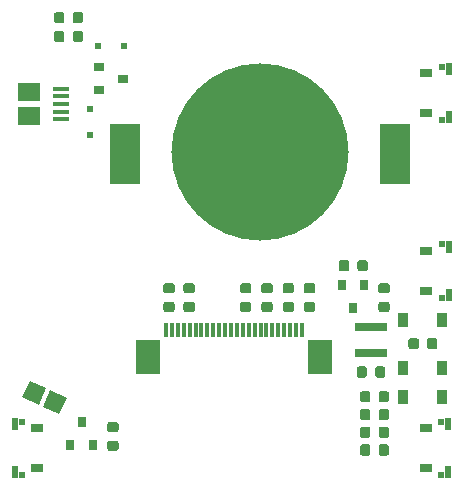
<source format=gbp>
G04 #@! TF.GenerationSoftware,KiCad,Pcbnew,(6.0.0-rc1-dev-332-g00d912f0b)*
G04 #@! TF.CreationDate,2018-09-23T23:35:21+02:00*
G04 #@! TF.ProjectId,xilwatch2,78696C7761746368322E6B696361645F,rev?*
G04 #@! TF.SameCoordinates,Original*
G04 #@! TF.FileFunction,Paste,Bot*
G04 #@! TF.FilePolarity,Positive*
%FSLAX46Y46*%
G04 Gerber Fmt 4.6, Leading zero omitted, Abs format (unit mm)*
G04 Created by KiCad (PCBNEW (6.0.0-rc1-dev-332-g00d912f0b)) date 09/23/18 23:35:21*
%MOMM*%
%LPD*%
G01*
G04 APERTURE LIST*
%ADD10R,2.700000X0.800000*%
%ADD11C,1.524000*%
%ADD12C,0.100000*%
%ADD13C,0.875000*%
%ADD14R,0.900000X0.800000*%
%ADD15R,0.800000X0.900000*%
%ADD16R,0.500000X0.500000*%
%ADD17R,0.900000X1.200000*%
%ADD18R,1.900000X1.500000*%
%ADD19R,1.350000X0.400000*%
%ADD20R,1.100000X0.750000*%
%ADD21R,0.600000X0.600000*%
%ADD22R,0.600000X1.050000*%
%ADD23C,15.000000*%
%ADD24R,2.500000X5.100000*%
%ADD25R,2.000000X3.000000*%
%ADD26R,0.300000X1.250000*%
G04 APERTURE END LIST*
D10*
G04 #@! TO.C,L1*
X175800000Y-93500000D03*
X175800000Y-95700000D03*
G04 #@! TD*
D11*
G04 #@! TO.C,M1*
X149026181Y-99863127D03*
D12*
G36*
X150038823Y-99494556D02*
X149394752Y-100875769D01*
X148013539Y-100231698D01*
X148657610Y-98850485D01*
X150038823Y-99494556D01*
X150038823Y-99494556D01*
G37*
D11*
X147304196Y-99060152D03*
D12*
G36*
X148316838Y-98691581D02*
X147672767Y-100072794D01*
X146291554Y-99428723D01*
X146935625Y-98047510D01*
X148316838Y-98691581D01*
X148316838Y-98691581D01*
G37*
G04 #@! TD*
G04 #@! TO.C,R4*
G36*
X177177691Y-89776053D02*
X177198926Y-89779203D01*
X177219750Y-89784419D01*
X177239962Y-89791651D01*
X177259368Y-89800830D01*
X177277781Y-89811866D01*
X177295024Y-89824654D01*
X177310930Y-89839070D01*
X177325346Y-89854976D01*
X177338134Y-89872219D01*
X177349170Y-89890632D01*
X177358349Y-89910038D01*
X177365581Y-89930250D01*
X177370797Y-89951074D01*
X177373947Y-89972309D01*
X177375000Y-89993750D01*
X177375000Y-90431250D01*
X177373947Y-90452691D01*
X177370797Y-90473926D01*
X177365581Y-90494750D01*
X177358349Y-90514962D01*
X177349170Y-90534368D01*
X177338134Y-90552781D01*
X177325346Y-90570024D01*
X177310930Y-90585930D01*
X177295024Y-90600346D01*
X177277781Y-90613134D01*
X177259368Y-90624170D01*
X177239962Y-90633349D01*
X177219750Y-90640581D01*
X177198926Y-90645797D01*
X177177691Y-90648947D01*
X177156250Y-90650000D01*
X176643750Y-90650000D01*
X176622309Y-90648947D01*
X176601074Y-90645797D01*
X176580250Y-90640581D01*
X176560038Y-90633349D01*
X176540632Y-90624170D01*
X176522219Y-90613134D01*
X176504976Y-90600346D01*
X176489070Y-90585930D01*
X176474654Y-90570024D01*
X176461866Y-90552781D01*
X176450830Y-90534368D01*
X176441651Y-90514962D01*
X176434419Y-90494750D01*
X176429203Y-90473926D01*
X176426053Y-90452691D01*
X176425000Y-90431250D01*
X176425000Y-89993750D01*
X176426053Y-89972309D01*
X176429203Y-89951074D01*
X176434419Y-89930250D01*
X176441651Y-89910038D01*
X176450830Y-89890632D01*
X176461866Y-89872219D01*
X176474654Y-89854976D01*
X176489070Y-89839070D01*
X176504976Y-89824654D01*
X176522219Y-89811866D01*
X176540632Y-89800830D01*
X176560038Y-89791651D01*
X176580250Y-89784419D01*
X176601074Y-89779203D01*
X176622309Y-89776053D01*
X176643750Y-89775000D01*
X177156250Y-89775000D01*
X177177691Y-89776053D01*
X177177691Y-89776053D01*
G37*
D13*
X176900000Y-90212500D03*
D12*
G36*
X177177691Y-91351053D02*
X177198926Y-91354203D01*
X177219750Y-91359419D01*
X177239962Y-91366651D01*
X177259368Y-91375830D01*
X177277781Y-91386866D01*
X177295024Y-91399654D01*
X177310930Y-91414070D01*
X177325346Y-91429976D01*
X177338134Y-91447219D01*
X177349170Y-91465632D01*
X177358349Y-91485038D01*
X177365581Y-91505250D01*
X177370797Y-91526074D01*
X177373947Y-91547309D01*
X177375000Y-91568750D01*
X177375000Y-92006250D01*
X177373947Y-92027691D01*
X177370797Y-92048926D01*
X177365581Y-92069750D01*
X177358349Y-92089962D01*
X177349170Y-92109368D01*
X177338134Y-92127781D01*
X177325346Y-92145024D01*
X177310930Y-92160930D01*
X177295024Y-92175346D01*
X177277781Y-92188134D01*
X177259368Y-92199170D01*
X177239962Y-92208349D01*
X177219750Y-92215581D01*
X177198926Y-92220797D01*
X177177691Y-92223947D01*
X177156250Y-92225000D01*
X176643750Y-92225000D01*
X176622309Y-92223947D01*
X176601074Y-92220797D01*
X176580250Y-92215581D01*
X176560038Y-92208349D01*
X176540632Y-92199170D01*
X176522219Y-92188134D01*
X176504976Y-92175346D01*
X176489070Y-92160930D01*
X176474654Y-92145024D01*
X176461866Y-92127781D01*
X176450830Y-92109368D01*
X176441651Y-92089962D01*
X176434419Y-92069750D01*
X176429203Y-92048926D01*
X176426053Y-92027691D01*
X176425000Y-92006250D01*
X176425000Y-91568750D01*
X176426053Y-91547309D01*
X176429203Y-91526074D01*
X176434419Y-91505250D01*
X176441651Y-91485038D01*
X176450830Y-91465632D01*
X176461866Y-91447219D01*
X176474654Y-91429976D01*
X176489070Y-91414070D01*
X176504976Y-91399654D01*
X176522219Y-91386866D01*
X176540632Y-91375830D01*
X176560038Y-91366651D01*
X176580250Y-91359419D01*
X176601074Y-91354203D01*
X176622309Y-91351053D01*
X176643750Y-91350000D01*
X177156250Y-91350000D01*
X177177691Y-91351053D01*
X177177691Y-91351053D01*
G37*
D13*
X176900000Y-91787500D03*
G04 #@! TD*
D12*
G04 #@! TO.C,R3*
G36*
X175327691Y-87826053D02*
X175348926Y-87829203D01*
X175369750Y-87834419D01*
X175389962Y-87841651D01*
X175409368Y-87850830D01*
X175427781Y-87861866D01*
X175445024Y-87874654D01*
X175460930Y-87889070D01*
X175475346Y-87904976D01*
X175488134Y-87922219D01*
X175499170Y-87940632D01*
X175508349Y-87960038D01*
X175515581Y-87980250D01*
X175520797Y-88001074D01*
X175523947Y-88022309D01*
X175525000Y-88043750D01*
X175525000Y-88556250D01*
X175523947Y-88577691D01*
X175520797Y-88598926D01*
X175515581Y-88619750D01*
X175508349Y-88639962D01*
X175499170Y-88659368D01*
X175488134Y-88677781D01*
X175475346Y-88695024D01*
X175460930Y-88710930D01*
X175445024Y-88725346D01*
X175427781Y-88738134D01*
X175409368Y-88749170D01*
X175389962Y-88758349D01*
X175369750Y-88765581D01*
X175348926Y-88770797D01*
X175327691Y-88773947D01*
X175306250Y-88775000D01*
X174868750Y-88775000D01*
X174847309Y-88773947D01*
X174826074Y-88770797D01*
X174805250Y-88765581D01*
X174785038Y-88758349D01*
X174765632Y-88749170D01*
X174747219Y-88738134D01*
X174729976Y-88725346D01*
X174714070Y-88710930D01*
X174699654Y-88695024D01*
X174686866Y-88677781D01*
X174675830Y-88659368D01*
X174666651Y-88639962D01*
X174659419Y-88619750D01*
X174654203Y-88598926D01*
X174651053Y-88577691D01*
X174650000Y-88556250D01*
X174650000Y-88043750D01*
X174651053Y-88022309D01*
X174654203Y-88001074D01*
X174659419Y-87980250D01*
X174666651Y-87960038D01*
X174675830Y-87940632D01*
X174686866Y-87922219D01*
X174699654Y-87904976D01*
X174714070Y-87889070D01*
X174729976Y-87874654D01*
X174747219Y-87861866D01*
X174765632Y-87850830D01*
X174785038Y-87841651D01*
X174805250Y-87834419D01*
X174826074Y-87829203D01*
X174847309Y-87826053D01*
X174868750Y-87825000D01*
X175306250Y-87825000D01*
X175327691Y-87826053D01*
X175327691Y-87826053D01*
G37*
D13*
X175087500Y-88300000D03*
D12*
G36*
X173752691Y-87826053D02*
X173773926Y-87829203D01*
X173794750Y-87834419D01*
X173814962Y-87841651D01*
X173834368Y-87850830D01*
X173852781Y-87861866D01*
X173870024Y-87874654D01*
X173885930Y-87889070D01*
X173900346Y-87904976D01*
X173913134Y-87922219D01*
X173924170Y-87940632D01*
X173933349Y-87960038D01*
X173940581Y-87980250D01*
X173945797Y-88001074D01*
X173948947Y-88022309D01*
X173950000Y-88043750D01*
X173950000Y-88556250D01*
X173948947Y-88577691D01*
X173945797Y-88598926D01*
X173940581Y-88619750D01*
X173933349Y-88639962D01*
X173924170Y-88659368D01*
X173913134Y-88677781D01*
X173900346Y-88695024D01*
X173885930Y-88710930D01*
X173870024Y-88725346D01*
X173852781Y-88738134D01*
X173834368Y-88749170D01*
X173814962Y-88758349D01*
X173794750Y-88765581D01*
X173773926Y-88770797D01*
X173752691Y-88773947D01*
X173731250Y-88775000D01*
X173293750Y-88775000D01*
X173272309Y-88773947D01*
X173251074Y-88770797D01*
X173230250Y-88765581D01*
X173210038Y-88758349D01*
X173190632Y-88749170D01*
X173172219Y-88738134D01*
X173154976Y-88725346D01*
X173139070Y-88710930D01*
X173124654Y-88695024D01*
X173111866Y-88677781D01*
X173100830Y-88659368D01*
X173091651Y-88639962D01*
X173084419Y-88619750D01*
X173079203Y-88598926D01*
X173076053Y-88577691D01*
X173075000Y-88556250D01*
X173075000Y-88043750D01*
X173076053Y-88022309D01*
X173079203Y-88001074D01*
X173084419Y-87980250D01*
X173091651Y-87960038D01*
X173100830Y-87940632D01*
X173111866Y-87922219D01*
X173124654Y-87904976D01*
X173139070Y-87889070D01*
X173154976Y-87874654D01*
X173172219Y-87861866D01*
X173190632Y-87850830D01*
X173210038Y-87841651D01*
X173230250Y-87834419D01*
X173251074Y-87829203D01*
X173272309Y-87826053D01*
X173293750Y-87825000D01*
X173731250Y-87825000D01*
X173752691Y-87826053D01*
X173752691Y-87826053D01*
G37*
D13*
X173512500Y-88300000D03*
G04 #@! TD*
D14*
G04 #@! TO.C,U1*
X152800000Y-73416046D03*
X152800000Y-71516046D03*
X154800000Y-72466046D03*
G04 #@! TD*
D15*
G04 #@! TO.C,Q2*
X151300000Y-101500000D03*
X150350000Y-103500000D03*
X152250000Y-103500000D03*
G04 #@! TD*
G04 #@! TO.C,Q1*
X173350000Y-89900000D03*
X175250000Y-89900000D03*
X174300000Y-91900000D03*
G04 #@! TD*
D16*
G04 #@! TO.C,D2*
X152000000Y-75000000D03*
X152000000Y-77200000D03*
G04 #@! TD*
G04 #@! TO.C,D1*
X154900000Y-69666046D03*
X152700000Y-69666046D03*
G04 #@! TD*
D17*
G04 #@! TO.C,D5*
X178550000Y-99400000D03*
X181850000Y-99400000D03*
G04 #@! TD*
G04 #@! TO.C,D4*
X178550000Y-97000000D03*
X181850000Y-97000000D03*
G04 #@! TD*
G04 #@! TO.C,D3*
X181850000Y-92900000D03*
X178550000Y-92900000D03*
G04 #@! TD*
D18*
G04 #@! TO.C,J1*
X146862500Y-73600000D03*
D19*
X149562500Y-75250000D03*
X149562500Y-75900000D03*
X149562500Y-73300000D03*
X149562500Y-73950000D03*
X149562500Y-74600000D03*
D18*
X146862500Y-75600000D03*
G04 #@! TD*
D12*
G04 #@! TO.C,C8*
G36*
X165477691Y-89776053D02*
X165498926Y-89779203D01*
X165519750Y-89784419D01*
X165539962Y-89791651D01*
X165559368Y-89800830D01*
X165577781Y-89811866D01*
X165595024Y-89824654D01*
X165610930Y-89839070D01*
X165625346Y-89854976D01*
X165638134Y-89872219D01*
X165649170Y-89890632D01*
X165658349Y-89910038D01*
X165665581Y-89930250D01*
X165670797Y-89951074D01*
X165673947Y-89972309D01*
X165675000Y-89993750D01*
X165675000Y-90431250D01*
X165673947Y-90452691D01*
X165670797Y-90473926D01*
X165665581Y-90494750D01*
X165658349Y-90514962D01*
X165649170Y-90534368D01*
X165638134Y-90552781D01*
X165625346Y-90570024D01*
X165610930Y-90585930D01*
X165595024Y-90600346D01*
X165577781Y-90613134D01*
X165559368Y-90624170D01*
X165539962Y-90633349D01*
X165519750Y-90640581D01*
X165498926Y-90645797D01*
X165477691Y-90648947D01*
X165456250Y-90650000D01*
X164943750Y-90650000D01*
X164922309Y-90648947D01*
X164901074Y-90645797D01*
X164880250Y-90640581D01*
X164860038Y-90633349D01*
X164840632Y-90624170D01*
X164822219Y-90613134D01*
X164804976Y-90600346D01*
X164789070Y-90585930D01*
X164774654Y-90570024D01*
X164761866Y-90552781D01*
X164750830Y-90534368D01*
X164741651Y-90514962D01*
X164734419Y-90494750D01*
X164729203Y-90473926D01*
X164726053Y-90452691D01*
X164725000Y-90431250D01*
X164725000Y-89993750D01*
X164726053Y-89972309D01*
X164729203Y-89951074D01*
X164734419Y-89930250D01*
X164741651Y-89910038D01*
X164750830Y-89890632D01*
X164761866Y-89872219D01*
X164774654Y-89854976D01*
X164789070Y-89839070D01*
X164804976Y-89824654D01*
X164822219Y-89811866D01*
X164840632Y-89800830D01*
X164860038Y-89791651D01*
X164880250Y-89784419D01*
X164901074Y-89779203D01*
X164922309Y-89776053D01*
X164943750Y-89775000D01*
X165456250Y-89775000D01*
X165477691Y-89776053D01*
X165477691Y-89776053D01*
G37*
D13*
X165200000Y-90212500D03*
D12*
G36*
X165477691Y-91351053D02*
X165498926Y-91354203D01*
X165519750Y-91359419D01*
X165539962Y-91366651D01*
X165559368Y-91375830D01*
X165577781Y-91386866D01*
X165595024Y-91399654D01*
X165610930Y-91414070D01*
X165625346Y-91429976D01*
X165638134Y-91447219D01*
X165649170Y-91465632D01*
X165658349Y-91485038D01*
X165665581Y-91505250D01*
X165670797Y-91526074D01*
X165673947Y-91547309D01*
X165675000Y-91568750D01*
X165675000Y-92006250D01*
X165673947Y-92027691D01*
X165670797Y-92048926D01*
X165665581Y-92069750D01*
X165658349Y-92089962D01*
X165649170Y-92109368D01*
X165638134Y-92127781D01*
X165625346Y-92145024D01*
X165610930Y-92160930D01*
X165595024Y-92175346D01*
X165577781Y-92188134D01*
X165559368Y-92199170D01*
X165539962Y-92208349D01*
X165519750Y-92215581D01*
X165498926Y-92220797D01*
X165477691Y-92223947D01*
X165456250Y-92225000D01*
X164943750Y-92225000D01*
X164922309Y-92223947D01*
X164901074Y-92220797D01*
X164880250Y-92215581D01*
X164860038Y-92208349D01*
X164840632Y-92199170D01*
X164822219Y-92188134D01*
X164804976Y-92175346D01*
X164789070Y-92160930D01*
X164774654Y-92145024D01*
X164761866Y-92127781D01*
X164750830Y-92109368D01*
X164741651Y-92089962D01*
X164734419Y-92069750D01*
X164729203Y-92048926D01*
X164726053Y-92027691D01*
X164725000Y-92006250D01*
X164725000Y-91568750D01*
X164726053Y-91547309D01*
X164729203Y-91526074D01*
X164734419Y-91505250D01*
X164741651Y-91485038D01*
X164750830Y-91465632D01*
X164761866Y-91447219D01*
X164774654Y-91429976D01*
X164789070Y-91414070D01*
X164804976Y-91399654D01*
X164822219Y-91386866D01*
X164840632Y-91375830D01*
X164860038Y-91366651D01*
X164880250Y-91359419D01*
X164901074Y-91354203D01*
X164922309Y-91351053D01*
X164943750Y-91350000D01*
X165456250Y-91350000D01*
X165477691Y-91351053D01*
X165477691Y-91351053D01*
G37*
D13*
X165200000Y-91787500D03*
G04 #@! TD*
D12*
G04 #@! TO.C,C10*
G36*
X160677691Y-91351053D02*
X160698926Y-91354203D01*
X160719750Y-91359419D01*
X160739962Y-91366651D01*
X160759368Y-91375830D01*
X160777781Y-91386866D01*
X160795024Y-91399654D01*
X160810930Y-91414070D01*
X160825346Y-91429976D01*
X160838134Y-91447219D01*
X160849170Y-91465632D01*
X160858349Y-91485038D01*
X160865581Y-91505250D01*
X160870797Y-91526074D01*
X160873947Y-91547309D01*
X160875000Y-91568750D01*
X160875000Y-92006250D01*
X160873947Y-92027691D01*
X160870797Y-92048926D01*
X160865581Y-92069750D01*
X160858349Y-92089962D01*
X160849170Y-92109368D01*
X160838134Y-92127781D01*
X160825346Y-92145024D01*
X160810930Y-92160930D01*
X160795024Y-92175346D01*
X160777781Y-92188134D01*
X160759368Y-92199170D01*
X160739962Y-92208349D01*
X160719750Y-92215581D01*
X160698926Y-92220797D01*
X160677691Y-92223947D01*
X160656250Y-92225000D01*
X160143750Y-92225000D01*
X160122309Y-92223947D01*
X160101074Y-92220797D01*
X160080250Y-92215581D01*
X160060038Y-92208349D01*
X160040632Y-92199170D01*
X160022219Y-92188134D01*
X160004976Y-92175346D01*
X159989070Y-92160930D01*
X159974654Y-92145024D01*
X159961866Y-92127781D01*
X159950830Y-92109368D01*
X159941651Y-92089962D01*
X159934419Y-92069750D01*
X159929203Y-92048926D01*
X159926053Y-92027691D01*
X159925000Y-92006250D01*
X159925000Y-91568750D01*
X159926053Y-91547309D01*
X159929203Y-91526074D01*
X159934419Y-91505250D01*
X159941651Y-91485038D01*
X159950830Y-91465632D01*
X159961866Y-91447219D01*
X159974654Y-91429976D01*
X159989070Y-91414070D01*
X160004976Y-91399654D01*
X160022219Y-91386866D01*
X160040632Y-91375830D01*
X160060038Y-91366651D01*
X160080250Y-91359419D01*
X160101074Y-91354203D01*
X160122309Y-91351053D01*
X160143750Y-91350000D01*
X160656250Y-91350000D01*
X160677691Y-91351053D01*
X160677691Y-91351053D01*
G37*
D13*
X160400000Y-91787500D03*
D12*
G36*
X160677691Y-89776053D02*
X160698926Y-89779203D01*
X160719750Y-89784419D01*
X160739962Y-89791651D01*
X160759368Y-89800830D01*
X160777781Y-89811866D01*
X160795024Y-89824654D01*
X160810930Y-89839070D01*
X160825346Y-89854976D01*
X160838134Y-89872219D01*
X160849170Y-89890632D01*
X160858349Y-89910038D01*
X160865581Y-89930250D01*
X160870797Y-89951074D01*
X160873947Y-89972309D01*
X160875000Y-89993750D01*
X160875000Y-90431250D01*
X160873947Y-90452691D01*
X160870797Y-90473926D01*
X160865581Y-90494750D01*
X160858349Y-90514962D01*
X160849170Y-90534368D01*
X160838134Y-90552781D01*
X160825346Y-90570024D01*
X160810930Y-90585930D01*
X160795024Y-90600346D01*
X160777781Y-90613134D01*
X160759368Y-90624170D01*
X160739962Y-90633349D01*
X160719750Y-90640581D01*
X160698926Y-90645797D01*
X160677691Y-90648947D01*
X160656250Y-90650000D01*
X160143750Y-90650000D01*
X160122309Y-90648947D01*
X160101074Y-90645797D01*
X160080250Y-90640581D01*
X160060038Y-90633349D01*
X160040632Y-90624170D01*
X160022219Y-90613134D01*
X160004976Y-90600346D01*
X159989070Y-90585930D01*
X159974654Y-90570024D01*
X159961866Y-90552781D01*
X159950830Y-90534368D01*
X159941651Y-90514962D01*
X159934419Y-90494750D01*
X159929203Y-90473926D01*
X159926053Y-90452691D01*
X159925000Y-90431250D01*
X159925000Y-89993750D01*
X159926053Y-89972309D01*
X159929203Y-89951074D01*
X159934419Y-89930250D01*
X159941651Y-89910038D01*
X159950830Y-89890632D01*
X159961866Y-89872219D01*
X159974654Y-89854976D01*
X159989070Y-89839070D01*
X160004976Y-89824654D01*
X160022219Y-89811866D01*
X160040632Y-89800830D01*
X160060038Y-89791651D01*
X160080250Y-89784419D01*
X160101074Y-89779203D01*
X160122309Y-89776053D01*
X160143750Y-89775000D01*
X160656250Y-89775000D01*
X160677691Y-89776053D01*
X160677691Y-89776053D01*
G37*
D13*
X160400000Y-90212500D03*
G04 #@! TD*
D12*
G04 #@! TO.C,C1*
G36*
X149652691Y-68426053D02*
X149673926Y-68429203D01*
X149694750Y-68434419D01*
X149714962Y-68441651D01*
X149734368Y-68450830D01*
X149752781Y-68461866D01*
X149770024Y-68474654D01*
X149785930Y-68489070D01*
X149800346Y-68504976D01*
X149813134Y-68522219D01*
X149824170Y-68540632D01*
X149833349Y-68560038D01*
X149840581Y-68580250D01*
X149845797Y-68601074D01*
X149848947Y-68622309D01*
X149850000Y-68643750D01*
X149850000Y-69156250D01*
X149848947Y-69177691D01*
X149845797Y-69198926D01*
X149840581Y-69219750D01*
X149833349Y-69239962D01*
X149824170Y-69259368D01*
X149813134Y-69277781D01*
X149800346Y-69295024D01*
X149785930Y-69310930D01*
X149770024Y-69325346D01*
X149752781Y-69338134D01*
X149734368Y-69349170D01*
X149714962Y-69358349D01*
X149694750Y-69365581D01*
X149673926Y-69370797D01*
X149652691Y-69373947D01*
X149631250Y-69375000D01*
X149193750Y-69375000D01*
X149172309Y-69373947D01*
X149151074Y-69370797D01*
X149130250Y-69365581D01*
X149110038Y-69358349D01*
X149090632Y-69349170D01*
X149072219Y-69338134D01*
X149054976Y-69325346D01*
X149039070Y-69310930D01*
X149024654Y-69295024D01*
X149011866Y-69277781D01*
X149000830Y-69259368D01*
X148991651Y-69239962D01*
X148984419Y-69219750D01*
X148979203Y-69198926D01*
X148976053Y-69177691D01*
X148975000Y-69156250D01*
X148975000Y-68643750D01*
X148976053Y-68622309D01*
X148979203Y-68601074D01*
X148984419Y-68580250D01*
X148991651Y-68560038D01*
X149000830Y-68540632D01*
X149011866Y-68522219D01*
X149024654Y-68504976D01*
X149039070Y-68489070D01*
X149054976Y-68474654D01*
X149072219Y-68461866D01*
X149090632Y-68450830D01*
X149110038Y-68441651D01*
X149130250Y-68434419D01*
X149151074Y-68429203D01*
X149172309Y-68426053D01*
X149193750Y-68425000D01*
X149631250Y-68425000D01*
X149652691Y-68426053D01*
X149652691Y-68426053D01*
G37*
D13*
X149412500Y-68900000D03*
D12*
G36*
X151227691Y-68426053D02*
X151248926Y-68429203D01*
X151269750Y-68434419D01*
X151289962Y-68441651D01*
X151309368Y-68450830D01*
X151327781Y-68461866D01*
X151345024Y-68474654D01*
X151360930Y-68489070D01*
X151375346Y-68504976D01*
X151388134Y-68522219D01*
X151399170Y-68540632D01*
X151408349Y-68560038D01*
X151415581Y-68580250D01*
X151420797Y-68601074D01*
X151423947Y-68622309D01*
X151425000Y-68643750D01*
X151425000Y-69156250D01*
X151423947Y-69177691D01*
X151420797Y-69198926D01*
X151415581Y-69219750D01*
X151408349Y-69239962D01*
X151399170Y-69259368D01*
X151388134Y-69277781D01*
X151375346Y-69295024D01*
X151360930Y-69310930D01*
X151345024Y-69325346D01*
X151327781Y-69338134D01*
X151309368Y-69349170D01*
X151289962Y-69358349D01*
X151269750Y-69365581D01*
X151248926Y-69370797D01*
X151227691Y-69373947D01*
X151206250Y-69375000D01*
X150768750Y-69375000D01*
X150747309Y-69373947D01*
X150726074Y-69370797D01*
X150705250Y-69365581D01*
X150685038Y-69358349D01*
X150665632Y-69349170D01*
X150647219Y-69338134D01*
X150629976Y-69325346D01*
X150614070Y-69310930D01*
X150599654Y-69295024D01*
X150586866Y-69277781D01*
X150575830Y-69259368D01*
X150566651Y-69239962D01*
X150559419Y-69219750D01*
X150554203Y-69198926D01*
X150551053Y-69177691D01*
X150550000Y-69156250D01*
X150550000Y-68643750D01*
X150551053Y-68622309D01*
X150554203Y-68601074D01*
X150559419Y-68580250D01*
X150566651Y-68560038D01*
X150575830Y-68540632D01*
X150586866Y-68522219D01*
X150599654Y-68504976D01*
X150614070Y-68489070D01*
X150629976Y-68474654D01*
X150647219Y-68461866D01*
X150665632Y-68450830D01*
X150685038Y-68441651D01*
X150705250Y-68434419D01*
X150726074Y-68429203D01*
X150747309Y-68426053D01*
X150768750Y-68425000D01*
X151206250Y-68425000D01*
X151227691Y-68426053D01*
X151227691Y-68426053D01*
G37*
D13*
X150987500Y-68900000D03*
G04 #@! TD*
D12*
G04 #@! TO.C,C2*
G36*
X149652691Y-66826053D02*
X149673926Y-66829203D01*
X149694750Y-66834419D01*
X149714962Y-66841651D01*
X149734368Y-66850830D01*
X149752781Y-66861866D01*
X149770024Y-66874654D01*
X149785930Y-66889070D01*
X149800346Y-66904976D01*
X149813134Y-66922219D01*
X149824170Y-66940632D01*
X149833349Y-66960038D01*
X149840581Y-66980250D01*
X149845797Y-67001074D01*
X149848947Y-67022309D01*
X149850000Y-67043750D01*
X149850000Y-67556250D01*
X149848947Y-67577691D01*
X149845797Y-67598926D01*
X149840581Y-67619750D01*
X149833349Y-67639962D01*
X149824170Y-67659368D01*
X149813134Y-67677781D01*
X149800346Y-67695024D01*
X149785930Y-67710930D01*
X149770024Y-67725346D01*
X149752781Y-67738134D01*
X149734368Y-67749170D01*
X149714962Y-67758349D01*
X149694750Y-67765581D01*
X149673926Y-67770797D01*
X149652691Y-67773947D01*
X149631250Y-67775000D01*
X149193750Y-67775000D01*
X149172309Y-67773947D01*
X149151074Y-67770797D01*
X149130250Y-67765581D01*
X149110038Y-67758349D01*
X149090632Y-67749170D01*
X149072219Y-67738134D01*
X149054976Y-67725346D01*
X149039070Y-67710930D01*
X149024654Y-67695024D01*
X149011866Y-67677781D01*
X149000830Y-67659368D01*
X148991651Y-67639962D01*
X148984419Y-67619750D01*
X148979203Y-67598926D01*
X148976053Y-67577691D01*
X148975000Y-67556250D01*
X148975000Y-67043750D01*
X148976053Y-67022309D01*
X148979203Y-67001074D01*
X148984419Y-66980250D01*
X148991651Y-66960038D01*
X149000830Y-66940632D01*
X149011866Y-66922219D01*
X149024654Y-66904976D01*
X149039070Y-66889070D01*
X149054976Y-66874654D01*
X149072219Y-66861866D01*
X149090632Y-66850830D01*
X149110038Y-66841651D01*
X149130250Y-66834419D01*
X149151074Y-66829203D01*
X149172309Y-66826053D01*
X149193750Y-66825000D01*
X149631250Y-66825000D01*
X149652691Y-66826053D01*
X149652691Y-66826053D01*
G37*
D13*
X149412500Y-67300000D03*
D12*
G36*
X151227691Y-66826053D02*
X151248926Y-66829203D01*
X151269750Y-66834419D01*
X151289962Y-66841651D01*
X151309368Y-66850830D01*
X151327781Y-66861866D01*
X151345024Y-66874654D01*
X151360930Y-66889070D01*
X151375346Y-66904976D01*
X151388134Y-66922219D01*
X151399170Y-66940632D01*
X151408349Y-66960038D01*
X151415581Y-66980250D01*
X151420797Y-67001074D01*
X151423947Y-67022309D01*
X151425000Y-67043750D01*
X151425000Y-67556250D01*
X151423947Y-67577691D01*
X151420797Y-67598926D01*
X151415581Y-67619750D01*
X151408349Y-67639962D01*
X151399170Y-67659368D01*
X151388134Y-67677781D01*
X151375346Y-67695024D01*
X151360930Y-67710930D01*
X151345024Y-67725346D01*
X151327781Y-67738134D01*
X151309368Y-67749170D01*
X151289962Y-67758349D01*
X151269750Y-67765581D01*
X151248926Y-67770797D01*
X151227691Y-67773947D01*
X151206250Y-67775000D01*
X150768750Y-67775000D01*
X150747309Y-67773947D01*
X150726074Y-67770797D01*
X150705250Y-67765581D01*
X150685038Y-67758349D01*
X150665632Y-67749170D01*
X150647219Y-67738134D01*
X150629976Y-67725346D01*
X150614070Y-67710930D01*
X150599654Y-67695024D01*
X150586866Y-67677781D01*
X150575830Y-67659368D01*
X150566651Y-67639962D01*
X150559419Y-67619750D01*
X150554203Y-67598926D01*
X150551053Y-67577691D01*
X150550000Y-67556250D01*
X150550000Y-67043750D01*
X150551053Y-67022309D01*
X150554203Y-67001074D01*
X150559419Y-66980250D01*
X150566651Y-66960038D01*
X150575830Y-66940632D01*
X150586866Y-66922219D01*
X150599654Y-66904976D01*
X150614070Y-66889070D01*
X150629976Y-66874654D01*
X150647219Y-66861866D01*
X150665632Y-66850830D01*
X150685038Y-66841651D01*
X150705250Y-66834419D01*
X150726074Y-66829203D01*
X150747309Y-66826053D01*
X150768750Y-66825000D01*
X151206250Y-66825000D01*
X151227691Y-66826053D01*
X151227691Y-66826053D01*
G37*
D13*
X150987500Y-67300000D03*
G04 #@! TD*
D12*
G04 #@! TO.C,C3*
G36*
X176827691Y-96826053D02*
X176848926Y-96829203D01*
X176869750Y-96834419D01*
X176889962Y-96841651D01*
X176909368Y-96850830D01*
X176927781Y-96861866D01*
X176945024Y-96874654D01*
X176960930Y-96889070D01*
X176975346Y-96904976D01*
X176988134Y-96922219D01*
X176999170Y-96940632D01*
X177008349Y-96960038D01*
X177015581Y-96980250D01*
X177020797Y-97001074D01*
X177023947Y-97022309D01*
X177025000Y-97043750D01*
X177025000Y-97556250D01*
X177023947Y-97577691D01*
X177020797Y-97598926D01*
X177015581Y-97619750D01*
X177008349Y-97639962D01*
X176999170Y-97659368D01*
X176988134Y-97677781D01*
X176975346Y-97695024D01*
X176960930Y-97710930D01*
X176945024Y-97725346D01*
X176927781Y-97738134D01*
X176909368Y-97749170D01*
X176889962Y-97758349D01*
X176869750Y-97765581D01*
X176848926Y-97770797D01*
X176827691Y-97773947D01*
X176806250Y-97775000D01*
X176368750Y-97775000D01*
X176347309Y-97773947D01*
X176326074Y-97770797D01*
X176305250Y-97765581D01*
X176285038Y-97758349D01*
X176265632Y-97749170D01*
X176247219Y-97738134D01*
X176229976Y-97725346D01*
X176214070Y-97710930D01*
X176199654Y-97695024D01*
X176186866Y-97677781D01*
X176175830Y-97659368D01*
X176166651Y-97639962D01*
X176159419Y-97619750D01*
X176154203Y-97598926D01*
X176151053Y-97577691D01*
X176150000Y-97556250D01*
X176150000Y-97043750D01*
X176151053Y-97022309D01*
X176154203Y-97001074D01*
X176159419Y-96980250D01*
X176166651Y-96960038D01*
X176175830Y-96940632D01*
X176186866Y-96922219D01*
X176199654Y-96904976D01*
X176214070Y-96889070D01*
X176229976Y-96874654D01*
X176247219Y-96861866D01*
X176265632Y-96850830D01*
X176285038Y-96841651D01*
X176305250Y-96834419D01*
X176326074Y-96829203D01*
X176347309Y-96826053D01*
X176368750Y-96825000D01*
X176806250Y-96825000D01*
X176827691Y-96826053D01*
X176827691Y-96826053D01*
G37*
D13*
X176587500Y-97300000D03*
D12*
G36*
X175252691Y-96826053D02*
X175273926Y-96829203D01*
X175294750Y-96834419D01*
X175314962Y-96841651D01*
X175334368Y-96850830D01*
X175352781Y-96861866D01*
X175370024Y-96874654D01*
X175385930Y-96889070D01*
X175400346Y-96904976D01*
X175413134Y-96922219D01*
X175424170Y-96940632D01*
X175433349Y-96960038D01*
X175440581Y-96980250D01*
X175445797Y-97001074D01*
X175448947Y-97022309D01*
X175450000Y-97043750D01*
X175450000Y-97556250D01*
X175448947Y-97577691D01*
X175445797Y-97598926D01*
X175440581Y-97619750D01*
X175433349Y-97639962D01*
X175424170Y-97659368D01*
X175413134Y-97677781D01*
X175400346Y-97695024D01*
X175385930Y-97710930D01*
X175370024Y-97725346D01*
X175352781Y-97738134D01*
X175334368Y-97749170D01*
X175314962Y-97758349D01*
X175294750Y-97765581D01*
X175273926Y-97770797D01*
X175252691Y-97773947D01*
X175231250Y-97775000D01*
X174793750Y-97775000D01*
X174772309Y-97773947D01*
X174751074Y-97770797D01*
X174730250Y-97765581D01*
X174710038Y-97758349D01*
X174690632Y-97749170D01*
X174672219Y-97738134D01*
X174654976Y-97725346D01*
X174639070Y-97710930D01*
X174624654Y-97695024D01*
X174611866Y-97677781D01*
X174600830Y-97659368D01*
X174591651Y-97639962D01*
X174584419Y-97619750D01*
X174579203Y-97598926D01*
X174576053Y-97577691D01*
X174575000Y-97556250D01*
X174575000Y-97043750D01*
X174576053Y-97022309D01*
X174579203Y-97001074D01*
X174584419Y-96980250D01*
X174591651Y-96960038D01*
X174600830Y-96940632D01*
X174611866Y-96922219D01*
X174624654Y-96904976D01*
X174639070Y-96889070D01*
X174654976Y-96874654D01*
X174672219Y-96861866D01*
X174690632Y-96850830D01*
X174710038Y-96841651D01*
X174730250Y-96834419D01*
X174751074Y-96829203D01*
X174772309Y-96826053D01*
X174793750Y-96825000D01*
X175231250Y-96825000D01*
X175252691Y-96826053D01*
X175252691Y-96826053D01*
G37*
D13*
X175012500Y-97300000D03*
G04 #@! TD*
D12*
G04 #@! TO.C,C7*
G36*
X179652691Y-94426053D02*
X179673926Y-94429203D01*
X179694750Y-94434419D01*
X179714962Y-94441651D01*
X179734368Y-94450830D01*
X179752781Y-94461866D01*
X179770024Y-94474654D01*
X179785930Y-94489070D01*
X179800346Y-94504976D01*
X179813134Y-94522219D01*
X179824170Y-94540632D01*
X179833349Y-94560038D01*
X179840581Y-94580250D01*
X179845797Y-94601074D01*
X179848947Y-94622309D01*
X179850000Y-94643750D01*
X179850000Y-95156250D01*
X179848947Y-95177691D01*
X179845797Y-95198926D01*
X179840581Y-95219750D01*
X179833349Y-95239962D01*
X179824170Y-95259368D01*
X179813134Y-95277781D01*
X179800346Y-95295024D01*
X179785930Y-95310930D01*
X179770024Y-95325346D01*
X179752781Y-95338134D01*
X179734368Y-95349170D01*
X179714962Y-95358349D01*
X179694750Y-95365581D01*
X179673926Y-95370797D01*
X179652691Y-95373947D01*
X179631250Y-95375000D01*
X179193750Y-95375000D01*
X179172309Y-95373947D01*
X179151074Y-95370797D01*
X179130250Y-95365581D01*
X179110038Y-95358349D01*
X179090632Y-95349170D01*
X179072219Y-95338134D01*
X179054976Y-95325346D01*
X179039070Y-95310930D01*
X179024654Y-95295024D01*
X179011866Y-95277781D01*
X179000830Y-95259368D01*
X178991651Y-95239962D01*
X178984419Y-95219750D01*
X178979203Y-95198926D01*
X178976053Y-95177691D01*
X178975000Y-95156250D01*
X178975000Y-94643750D01*
X178976053Y-94622309D01*
X178979203Y-94601074D01*
X178984419Y-94580250D01*
X178991651Y-94560038D01*
X179000830Y-94540632D01*
X179011866Y-94522219D01*
X179024654Y-94504976D01*
X179039070Y-94489070D01*
X179054976Y-94474654D01*
X179072219Y-94461866D01*
X179090632Y-94450830D01*
X179110038Y-94441651D01*
X179130250Y-94434419D01*
X179151074Y-94429203D01*
X179172309Y-94426053D01*
X179193750Y-94425000D01*
X179631250Y-94425000D01*
X179652691Y-94426053D01*
X179652691Y-94426053D01*
G37*
D13*
X179412500Y-94900000D03*
D12*
G36*
X181227691Y-94426053D02*
X181248926Y-94429203D01*
X181269750Y-94434419D01*
X181289962Y-94441651D01*
X181309368Y-94450830D01*
X181327781Y-94461866D01*
X181345024Y-94474654D01*
X181360930Y-94489070D01*
X181375346Y-94504976D01*
X181388134Y-94522219D01*
X181399170Y-94540632D01*
X181408349Y-94560038D01*
X181415581Y-94580250D01*
X181420797Y-94601074D01*
X181423947Y-94622309D01*
X181425000Y-94643750D01*
X181425000Y-95156250D01*
X181423947Y-95177691D01*
X181420797Y-95198926D01*
X181415581Y-95219750D01*
X181408349Y-95239962D01*
X181399170Y-95259368D01*
X181388134Y-95277781D01*
X181375346Y-95295024D01*
X181360930Y-95310930D01*
X181345024Y-95325346D01*
X181327781Y-95338134D01*
X181309368Y-95349170D01*
X181289962Y-95358349D01*
X181269750Y-95365581D01*
X181248926Y-95370797D01*
X181227691Y-95373947D01*
X181206250Y-95375000D01*
X180768750Y-95375000D01*
X180747309Y-95373947D01*
X180726074Y-95370797D01*
X180705250Y-95365581D01*
X180685038Y-95358349D01*
X180665632Y-95349170D01*
X180647219Y-95338134D01*
X180629976Y-95325346D01*
X180614070Y-95310930D01*
X180599654Y-95295024D01*
X180586866Y-95277781D01*
X180575830Y-95259368D01*
X180566651Y-95239962D01*
X180559419Y-95219750D01*
X180554203Y-95198926D01*
X180551053Y-95177691D01*
X180550000Y-95156250D01*
X180550000Y-94643750D01*
X180551053Y-94622309D01*
X180554203Y-94601074D01*
X180559419Y-94580250D01*
X180566651Y-94560038D01*
X180575830Y-94540632D01*
X180586866Y-94522219D01*
X180599654Y-94504976D01*
X180614070Y-94489070D01*
X180629976Y-94474654D01*
X180647219Y-94461866D01*
X180665632Y-94450830D01*
X180685038Y-94441651D01*
X180705250Y-94434419D01*
X180726074Y-94429203D01*
X180747309Y-94426053D01*
X180768750Y-94425000D01*
X181206250Y-94425000D01*
X181227691Y-94426053D01*
X181227691Y-94426053D01*
G37*
D13*
X180987500Y-94900000D03*
G04 #@! TD*
D12*
G04 #@! TO.C,C11*
G36*
X175552691Y-103426053D02*
X175573926Y-103429203D01*
X175594750Y-103434419D01*
X175614962Y-103441651D01*
X175634368Y-103450830D01*
X175652781Y-103461866D01*
X175670024Y-103474654D01*
X175685930Y-103489070D01*
X175700346Y-103504976D01*
X175713134Y-103522219D01*
X175724170Y-103540632D01*
X175733349Y-103560038D01*
X175740581Y-103580250D01*
X175745797Y-103601074D01*
X175748947Y-103622309D01*
X175750000Y-103643750D01*
X175750000Y-104156250D01*
X175748947Y-104177691D01*
X175745797Y-104198926D01*
X175740581Y-104219750D01*
X175733349Y-104239962D01*
X175724170Y-104259368D01*
X175713134Y-104277781D01*
X175700346Y-104295024D01*
X175685930Y-104310930D01*
X175670024Y-104325346D01*
X175652781Y-104338134D01*
X175634368Y-104349170D01*
X175614962Y-104358349D01*
X175594750Y-104365581D01*
X175573926Y-104370797D01*
X175552691Y-104373947D01*
X175531250Y-104375000D01*
X175093750Y-104375000D01*
X175072309Y-104373947D01*
X175051074Y-104370797D01*
X175030250Y-104365581D01*
X175010038Y-104358349D01*
X174990632Y-104349170D01*
X174972219Y-104338134D01*
X174954976Y-104325346D01*
X174939070Y-104310930D01*
X174924654Y-104295024D01*
X174911866Y-104277781D01*
X174900830Y-104259368D01*
X174891651Y-104239962D01*
X174884419Y-104219750D01*
X174879203Y-104198926D01*
X174876053Y-104177691D01*
X174875000Y-104156250D01*
X174875000Y-103643750D01*
X174876053Y-103622309D01*
X174879203Y-103601074D01*
X174884419Y-103580250D01*
X174891651Y-103560038D01*
X174900830Y-103540632D01*
X174911866Y-103522219D01*
X174924654Y-103504976D01*
X174939070Y-103489070D01*
X174954976Y-103474654D01*
X174972219Y-103461866D01*
X174990632Y-103450830D01*
X175010038Y-103441651D01*
X175030250Y-103434419D01*
X175051074Y-103429203D01*
X175072309Y-103426053D01*
X175093750Y-103425000D01*
X175531250Y-103425000D01*
X175552691Y-103426053D01*
X175552691Y-103426053D01*
G37*
D13*
X175312500Y-103900000D03*
D12*
G36*
X177127691Y-103426053D02*
X177148926Y-103429203D01*
X177169750Y-103434419D01*
X177189962Y-103441651D01*
X177209368Y-103450830D01*
X177227781Y-103461866D01*
X177245024Y-103474654D01*
X177260930Y-103489070D01*
X177275346Y-103504976D01*
X177288134Y-103522219D01*
X177299170Y-103540632D01*
X177308349Y-103560038D01*
X177315581Y-103580250D01*
X177320797Y-103601074D01*
X177323947Y-103622309D01*
X177325000Y-103643750D01*
X177325000Y-104156250D01*
X177323947Y-104177691D01*
X177320797Y-104198926D01*
X177315581Y-104219750D01*
X177308349Y-104239962D01*
X177299170Y-104259368D01*
X177288134Y-104277781D01*
X177275346Y-104295024D01*
X177260930Y-104310930D01*
X177245024Y-104325346D01*
X177227781Y-104338134D01*
X177209368Y-104349170D01*
X177189962Y-104358349D01*
X177169750Y-104365581D01*
X177148926Y-104370797D01*
X177127691Y-104373947D01*
X177106250Y-104375000D01*
X176668750Y-104375000D01*
X176647309Y-104373947D01*
X176626074Y-104370797D01*
X176605250Y-104365581D01*
X176585038Y-104358349D01*
X176565632Y-104349170D01*
X176547219Y-104338134D01*
X176529976Y-104325346D01*
X176514070Y-104310930D01*
X176499654Y-104295024D01*
X176486866Y-104277781D01*
X176475830Y-104259368D01*
X176466651Y-104239962D01*
X176459419Y-104219750D01*
X176454203Y-104198926D01*
X176451053Y-104177691D01*
X176450000Y-104156250D01*
X176450000Y-103643750D01*
X176451053Y-103622309D01*
X176454203Y-103601074D01*
X176459419Y-103580250D01*
X176466651Y-103560038D01*
X176475830Y-103540632D01*
X176486866Y-103522219D01*
X176499654Y-103504976D01*
X176514070Y-103489070D01*
X176529976Y-103474654D01*
X176547219Y-103461866D01*
X176565632Y-103450830D01*
X176585038Y-103441651D01*
X176605250Y-103434419D01*
X176626074Y-103429203D01*
X176647309Y-103426053D01*
X176668750Y-103425000D01*
X177106250Y-103425000D01*
X177127691Y-103426053D01*
X177127691Y-103426053D01*
G37*
D13*
X176887500Y-103900000D03*
G04 #@! TD*
D12*
G04 #@! TO.C,C12*
G36*
X167277691Y-89776053D02*
X167298926Y-89779203D01*
X167319750Y-89784419D01*
X167339962Y-89791651D01*
X167359368Y-89800830D01*
X167377781Y-89811866D01*
X167395024Y-89824654D01*
X167410930Y-89839070D01*
X167425346Y-89854976D01*
X167438134Y-89872219D01*
X167449170Y-89890632D01*
X167458349Y-89910038D01*
X167465581Y-89930250D01*
X167470797Y-89951074D01*
X167473947Y-89972309D01*
X167475000Y-89993750D01*
X167475000Y-90431250D01*
X167473947Y-90452691D01*
X167470797Y-90473926D01*
X167465581Y-90494750D01*
X167458349Y-90514962D01*
X167449170Y-90534368D01*
X167438134Y-90552781D01*
X167425346Y-90570024D01*
X167410930Y-90585930D01*
X167395024Y-90600346D01*
X167377781Y-90613134D01*
X167359368Y-90624170D01*
X167339962Y-90633349D01*
X167319750Y-90640581D01*
X167298926Y-90645797D01*
X167277691Y-90648947D01*
X167256250Y-90650000D01*
X166743750Y-90650000D01*
X166722309Y-90648947D01*
X166701074Y-90645797D01*
X166680250Y-90640581D01*
X166660038Y-90633349D01*
X166640632Y-90624170D01*
X166622219Y-90613134D01*
X166604976Y-90600346D01*
X166589070Y-90585930D01*
X166574654Y-90570024D01*
X166561866Y-90552781D01*
X166550830Y-90534368D01*
X166541651Y-90514962D01*
X166534419Y-90494750D01*
X166529203Y-90473926D01*
X166526053Y-90452691D01*
X166525000Y-90431250D01*
X166525000Y-89993750D01*
X166526053Y-89972309D01*
X166529203Y-89951074D01*
X166534419Y-89930250D01*
X166541651Y-89910038D01*
X166550830Y-89890632D01*
X166561866Y-89872219D01*
X166574654Y-89854976D01*
X166589070Y-89839070D01*
X166604976Y-89824654D01*
X166622219Y-89811866D01*
X166640632Y-89800830D01*
X166660038Y-89791651D01*
X166680250Y-89784419D01*
X166701074Y-89779203D01*
X166722309Y-89776053D01*
X166743750Y-89775000D01*
X167256250Y-89775000D01*
X167277691Y-89776053D01*
X167277691Y-89776053D01*
G37*
D13*
X167000000Y-90212500D03*
D12*
G36*
X167277691Y-91351053D02*
X167298926Y-91354203D01*
X167319750Y-91359419D01*
X167339962Y-91366651D01*
X167359368Y-91375830D01*
X167377781Y-91386866D01*
X167395024Y-91399654D01*
X167410930Y-91414070D01*
X167425346Y-91429976D01*
X167438134Y-91447219D01*
X167449170Y-91465632D01*
X167458349Y-91485038D01*
X167465581Y-91505250D01*
X167470797Y-91526074D01*
X167473947Y-91547309D01*
X167475000Y-91568750D01*
X167475000Y-92006250D01*
X167473947Y-92027691D01*
X167470797Y-92048926D01*
X167465581Y-92069750D01*
X167458349Y-92089962D01*
X167449170Y-92109368D01*
X167438134Y-92127781D01*
X167425346Y-92145024D01*
X167410930Y-92160930D01*
X167395024Y-92175346D01*
X167377781Y-92188134D01*
X167359368Y-92199170D01*
X167339962Y-92208349D01*
X167319750Y-92215581D01*
X167298926Y-92220797D01*
X167277691Y-92223947D01*
X167256250Y-92225000D01*
X166743750Y-92225000D01*
X166722309Y-92223947D01*
X166701074Y-92220797D01*
X166680250Y-92215581D01*
X166660038Y-92208349D01*
X166640632Y-92199170D01*
X166622219Y-92188134D01*
X166604976Y-92175346D01*
X166589070Y-92160930D01*
X166574654Y-92145024D01*
X166561866Y-92127781D01*
X166550830Y-92109368D01*
X166541651Y-92089962D01*
X166534419Y-92069750D01*
X166529203Y-92048926D01*
X166526053Y-92027691D01*
X166525000Y-92006250D01*
X166525000Y-91568750D01*
X166526053Y-91547309D01*
X166529203Y-91526074D01*
X166534419Y-91505250D01*
X166541651Y-91485038D01*
X166550830Y-91465632D01*
X166561866Y-91447219D01*
X166574654Y-91429976D01*
X166589070Y-91414070D01*
X166604976Y-91399654D01*
X166622219Y-91386866D01*
X166640632Y-91375830D01*
X166660038Y-91366651D01*
X166680250Y-91359419D01*
X166701074Y-91354203D01*
X166722309Y-91351053D01*
X166743750Y-91350000D01*
X167256250Y-91350000D01*
X167277691Y-91351053D01*
X167277691Y-91351053D01*
G37*
D13*
X167000000Y-91787500D03*
G04 #@! TD*
D12*
G04 #@! TO.C,C13*
G36*
X175552691Y-101926053D02*
X175573926Y-101929203D01*
X175594750Y-101934419D01*
X175614962Y-101941651D01*
X175634368Y-101950830D01*
X175652781Y-101961866D01*
X175670024Y-101974654D01*
X175685930Y-101989070D01*
X175700346Y-102004976D01*
X175713134Y-102022219D01*
X175724170Y-102040632D01*
X175733349Y-102060038D01*
X175740581Y-102080250D01*
X175745797Y-102101074D01*
X175748947Y-102122309D01*
X175750000Y-102143750D01*
X175750000Y-102656250D01*
X175748947Y-102677691D01*
X175745797Y-102698926D01*
X175740581Y-102719750D01*
X175733349Y-102739962D01*
X175724170Y-102759368D01*
X175713134Y-102777781D01*
X175700346Y-102795024D01*
X175685930Y-102810930D01*
X175670024Y-102825346D01*
X175652781Y-102838134D01*
X175634368Y-102849170D01*
X175614962Y-102858349D01*
X175594750Y-102865581D01*
X175573926Y-102870797D01*
X175552691Y-102873947D01*
X175531250Y-102875000D01*
X175093750Y-102875000D01*
X175072309Y-102873947D01*
X175051074Y-102870797D01*
X175030250Y-102865581D01*
X175010038Y-102858349D01*
X174990632Y-102849170D01*
X174972219Y-102838134D01*
X174954976Y-102825346D01*
X174939070Y-102810930D01*
X174924654Y-102795024D01*
X174911866Y-102777781D01*
X174900830Y-102759368D01*
X174891651Y-102739962D01*
X174884419Y-102719750D01*
X174879203Y-102698926D01*
X174876053Y-102677691D01*
X174875000Y-102656250D01*
X174875000Y-102143750D01*
X174876053Y-102122309D01*
X174879203Y-102101074D01*
X174884419Y-102080250D01*
X174891651Y-102060038D01*
X174900830Y-102040632D01*
X174911866Y-102022219D01*
X174924654Y-102004976D01*
X174939070Y-101989070D01*
X174954976Y-101974654D01*
X174972219Y-101961866D01*
X174990632Y-101950830D01*
X175010038Y-101941651D01*
X175030250Y-101934419D01*
X175051074Y-101929203D01*
X175072309Y-101926053D01*
X175093750Y-101925000D01*
X175531250Y-101925000D01*
X175552691Y-101926053D01*
X175552691Y-101926053D01*
G37*
D13*
X175312500Y-102400000D03*
D12*
G36*
X177127691Y-101926053D02*
X177148926Y-101929203D01*
X177169750Y-101934419D01*
X177189962Y-101941651D01*
X177209368Y-101950830D01*
X177227781Y-101961866D01*
X177245024Y-101974654D01*
X177260930Y-101989070D01*
X177275346Y-102004976D01*
X177288134Y-102022219D01*
X177299170Y-102040632D01*
X177308349Y-102060038D01*
X177315581Y-102080250D01*
X177320797Y-102101074D01*
X177323947Y-102122309D01*
X177325000Y-102143750D01*
X177325000Y-102656250D01*
X177323947Y-102677691D01*
X177320797Y-102698926D01*
X177315581Y-102719750D01*
X177308349Y-102739962D01*
X177299170Y-102759368D01*
X177288134Y-102777781D01*
X177275346Y-102795024D01*
X177260930Y-102810930D01*
X177245024Y-102825346D01*
X177227781Y-102838134D01*
X177209368Y-102849170D01*
X177189962Y-102858349D01*
X177169750Y-102865581D01*
X177148926Y-102870797D01*
X177127691Y-102873947D01*
X177106250Y-102875000D01*
X176668750Y-102875000D01*
X176647309Y-102873947D01*
X176626074Y-102870797D01*
X176605250Y-102865581D01*
X176585038Y-102858349D01*
X176565632Y-102849170D01*
X176547219Y-102838134D01*
X176529976Y-102825346D01*
X176514070Y-102810930D01*
X176499654Y-102795024D01*
X176486866Y-102777781D01*
X176475830Y-102759368D01*
X176466651Y-102739962D01*
X176459419Y-102719750D01*
X176454203Y-102698926D01*
X176451053Y-102677691D01*
X176450000Y-102656250D01*
X176450000Y-102143750D01*
X176451053Y-102122309D01*
X176454203Y-102101074D01*
X176459419Y-102080250D01*
X176466651Y-102060038D01*
X176475830Y-102040632D01*
X176486866Y-102022219D01*
X176499654Y-102004976D01*
X176514070Y-101989070D01*
X176529976Y-101974654D01*
X176547219Y-101961866D01*
X176565632Y-101950830D01*
X176585038Y-101941651D01*
X176605250Y-101934419D01*
X176626074Y-101929203D01*
X176647309Y-101926053D01*
X176668750Y-101925000D01*
X177106250Y-101925000D01*
X177127691Y-101926053D01*
X177127691Y-101926053D01*
G37*
D13*
X176887500Y-102400000D03*
G04 #@! TD*
D12*
G04 #@! TO.C,C14*
G36*
X177127691Y-100426053D02*
X177148926Y-100429203D01*
X177169750Y-100434419D01*
X177189962Y-100441651D01*
X177209368Y-100450830D01*
X177227781Y-100461866D01*
X177245024Y-100474654D01*
X177260930Y-100489070D01*
X177275346Y-100504976D01*
X177288134Y-100522219D01*
X177299170Y-100540632D01*
X177308349Y-100560038D01*
X177315581Y-100580250D01*
X177320797Y-100601074D01*
X177323947Y-100622309D01*
X177325000Y-100643750D01*
X177325000Y-101156250D01*
X177323947Y-101177691D01*
X177320797Y-101198926D01*
X177315581Y-101219750D01*
X177308349Y-101239962D01*
X177299170Y-101259368D01*
X177288134Y-101277781D01*
X177275346Y-101295024D01*
X177260930Y-101310930D01*
X177245024Y-101325346D01*
X177227781Y-101338134D01*
X177209368Y-101349170D01*
X177189962Y-101358349D01*
X177169750Y-101365581D01*
X177148926Y-101370797D01*
X177127691Y-101373947D01*
X177106250Y-101375000D01*
X176668750Y-101375000D01*
X176647309Y-101373947D01*
X176626074Y-101370797D01*
X176605250Y-101365581D01*
X176585038Y-101358349D01*
X176565632Y-101349170D01*
X176547219Y-101338134D01*
X176529976Y-101325346D01*
X176514070Y-101310930D01*
X176499654Y-101295024D01*
X176486866Y-101277781D01*
X176475830Y-101259368D01*
X176466651Y-101239962D01*
X176459419Y-101219750D01*
X176454203Y-101198926D01*
X176451053Y-101177691D01*
X176450000Y-101156250D01*
X176450000Y-100643750D01*
X176451053Y-100622309D01*
X176454203Y-100601074D01*
X176459419Y-100580250D01*
X176466651Y-100560038D01*
X176475830Y-100540632D01*
X176486866Y-100522219D01*
X176499654Y-100504976D01*
X176514070Y-100489070D01*
X176529976Y-100474654D01*
X176547219Y-100461866D01*
X176565632Y-100450830D01*
X176585038Y-100441651D01*
X176605250Y-100434419D01*
X176626074Y-100429203D01*
X176647309Y-100426053D01*
X176668750Y-100425000D01*
X177106250Y-100425000D01*
X177127691Y-100426053D01*
X177127691Y-100426053D01*
G37*
D13*
X176887500Y-100900000D03*
D12*
G36*
X175552691Y-100426053D02*
X175573926Y-100429203D01*
X175594750Y-100434419D01*
X175614962Y-100441651D01*
X175634368Y-100450830D01*
X175652781Y-100461866D01*
X175670024Y-100474654D01*
X175685930Y-100489070D01*
X175700346Y-100504976D01*
X175713134Y-100522219D01*
X175724170Y-100540632D01*
X175733349Y-100560038D01*
X175740581Y-100580250D01*
X175745797Y-100601074D01*
X175748947Y-100622309D01*
X175750000Y-100643750D01*
X175750000Y-101156250D01*
X175748947Y-101177691D01*
X175745797Y-101198926D01*
X175740581Y-101219750D01*
X175733349Y-101239962D01*
X175724170Y-101259368D01*
X175713134Y-101277781D01*
X175700346Y-101295024D01*
X175685930Y-101310930D01*
X175670024Y-101325346D01*
X175652781Y-101338134D01*
X175634368Y-101349170D01*
X175614962Y-101358349D01*
X175594750Y-101365581D01*
X175573926Y-101370797D01*
X175552691Y-101373947D01*
X175531250Y-101375000D01*
X175093750Y-101375000D01*
X175072309Y-101373947D01*
X175051074Y-101370797D01*
X175030250Y-101365581D01*
X175010038Y-101358349D01*
X174990632Y-101349170D01*
X174972219Y-101338134D01*
X174954976Y-101325346D01*
X174939070Y-101310930D01*
X174924654Y-101295024D01*
X174911866Y-101277781D01*
X174900830Y-101259368D01*
X174891651Y-101239962D01*
X174884419Y-101219750D01*
X174879203Y-101198926D01*
X174876053Y-101177691D01*
X174875000Y-101156250D01*
X174875000Y-100643750D01*
X174876053Y-100622309D01*
X174879203Y-100601074D01*
X174884419Y-100580250D01*
X174891651Y-100560038D01*
X174900830Y-100540632D01*
X174911866Y-100522219D01*
X174924654Y-100504976D01*
X174939070Y-100489070D01*
X174954976Y-100474654D01*
X174972219Y-100461866D01*
X174990632Y-100450830D01*
X175010038Y-100441651D01*
X175030250Y-100434419D01*
X175051074Y-100429203D01*
X175072309Y-100426053D01*
X175093750Y-100425000D01*
X175531250Y-100425000D01*
X175552691Y-100426053D01*
X175552691Y-100426053D01*
G37*
D13*
X175312500Y-100900000D03*
G04 #@! TD*
D12*
G04 #@! TO.C,C15*
G36*
X175552691Y-98926053D02*
X175573926Y-98929203D01*
X175594750Y-98934419D01*
X175614962Y-98941651D01*
X175634368Y-98950830D01*
X175652781Y-98961866D01*
X175670024Y-98974654D01*
X175685930Y-98989070D01*
X175700346Y-99004976D01*
X175713134Y-99022219D01*
X175724170Y-99040632D01*
X175733349Y-99060038D01*
X175740581Y-99080250D01*
X175745797Y-99101074D01*
X175748947Y-99122309D01*
X175750000Y-99143750D01*
X175750000Y-99656250D01*
X175748947Y-99677691D01*
X175745797Y-99698926D01*
X175740581Y-99719750D01*
X175733349Y-99739962D01*
X175724170Y-99759368D01*
X175713134Y-99777781D01*
X175700346Y-99795024D01*
X175685930Y-99810930D01*
X175670024Y-99825346D01*
X175652781Y-99838134D01*
X175634368Y-99849170D01*
X175614962Y-99858349D01*
X175594750Y-99865581D01*
X175573926Y-99870797D01*
X175552691Y-99873947D01*
X175531250Y-99875000D01*
X175093750Y-99875000D01*
X175072309Y-99873947D01*
X175051074Y-99870797D01*
X175030250Y-99865581D01*
X175010038Y-99858349D01*
X174990632Y-99849170D01*
X174972219Y-99838134D01*
X174954976Y-99825346D01*
X174939070Y-99810930D01*
X174924654Y-99795024D01*
X174911866Y-99777781D01*
X174900830Y-99759368D01*
X174891651Y-99739962D01*
X174884419Y-99719750D01*
X174879203Y-99698926D01*
X174876053Y-99677691D01*
X174875000Y-99656250D01*
X174875000Y-99143750D01*
X174876053Y-99122309D01*
X174879203Y-99101074D01*
X174884419Y-99080250D01*
X174891651Y-99060038D01*
X174900830Y-99040632D01*
X174911866Y-99022219D01*
X174924654Y-99004976D01*
X174939070Y-98989070D01*
X174954976Y-98974654D01*
X174972219Y-98961866D01*
X174990632Y-98950830D01*
X175010038Y-98941651D01*
X175030250Y-98934419D01*
X175051074Y-98929203D01*
X175072309Y-98926053D01*
X175093750Y-98925000D01*
X175531250Y-98925000D01*
X175552691Y-98926053D01*
X175552691Y-98926053D01*
G37*
D13*
X175312500Y-99400000D03*
D12*
G36*
X177127691Y-98926053D02*
X177148926Y-98929203D01*
X177169750Y-98934419D01*
X177189962Y-98941651D01*
X177209368Y-98950830D01*
X177227781Y-98961866D01*
X177245024Y-98974654D01*
X177260930Y-98989070D01*
X177275346Y-99004976D01*
X177288134Y-99022219D01*
X177299170Y-99040632D01*
X177308349Y-99060038D01*
X177315581Y-99080250D01*
X177320797Y-99101074D01*
X177323947Y-99122309D01*
X177325000Y-99143750D01*
X177325000Y-99656250D01*
X177323947Y-99677691D01*
X177320797Y-99698926D01*
X177315581Y-99719750D01*
X177308349Y-99739962D01*
X177299170Y-99759368D01*
X177288134Y-99777781D01*
X177275346Y-99795024D01*
X177260930Y-99810930D01*
X177245024Y-99825346D01*
X177227781Y-99838134D01*
X177209368Y-99849170D01*
X177189962Y-99858349D01*
X177169750Y-99865581D01*
X177148926Y-99870797D01*
X177127691Y-99873947D01*
X177106250Y-99875000D01*
X176668750Y-99875000D01*
X176647309Y-99873947D01*
X176626074Y-99870797D01*
X176605250Y-99865581D01*
X176585038Y-99858349D01*
X176565632Y-99849170D01*
X176547219Y-99838134D01*
X176529976Y-99825346D01*
X176514070Y-99810930D01*
X176499654Y-99795024D01*
X176486866Y-99777781D01*
X176475830Y-99759368D01*
X176466651Y-99739962D01*
X176459419Y-99719750D01*
X176454203Y-99698926D01*
X176451053Y-99677691D01*
X176450000Y-99656250D01*
X176450000Y-99143750D01*
X176451053Y-99122309D01*
X176454203Y-99101074D01*
X176459419Y-99080250D01*
X176466651Y-99060038D01*
X176475830Y-99040632D01*
X176486866Y-99022219D01*
X176499654Y-99004976D01*
X176514070Y-98989070D01*
X176529976Y-98974654D01*
X176547219Y-98961866D01*
X176565632Y-98950830D01*
X176585038Y-98941651D01*
X176605250Y-98934419D01*
X176626074Y-98929203D01*
X176647309Y-98926053D01*
X176668750Y-98925000D01*
X177106250Y-98925000D01*
X177127691Y-98926053D01*
X177127691Y-98926053D01*
G37*
D13*
X176887500Y-99400000D03*
G04 #@! TD*
D12*
G04 #@! TO.C,C16*
G36*
X169077691Y-89776053D02*
X169098926Y-89779203D01*
X169119750Y-89784419D01*
X169139962Y-89791651D01*
X169159368Y-89800830D01*
X169177781Y-89811866D01*
X169195024Y-89824654D01*
X169210930Y-89839070D01*
X169225346Y-89854976D01*
X169238134Y-89872219D01*
X169249170Y-89890632D01*
X169258349Y-89910038D01*
X169265581Y-89930250D01*
X169270797Y-89951074D01*
X169273947Y-89972309D01*
X169275000Y-89993750D01*
X169275000Y-90431250D01*
X169273947Y-90452691D01*
X169270797Y-90473926D01*
X169265581Y-90494750D01*
X169258349Y-90514962D01*
X169249170Y-90534368D01*
X169238134Y-90552781D01*
X169225346Y-90570024D01*
X169210930Y-90585930D01*
X169195024Y-90600346D01*
X169177781Y-90613134D01*
X169159368Y-90624170D01*
X169139962Y-90633349D01*
X169119750Y-90640581D01*
X169098926Y-90645797D01*
X169077691Y-90648947D01*
X169056250Y-90650000D01*
X168543750Y-90650000D01*
X168522309Y-90648947D01*
X168501074Y-90645797D01*
X168480250Y-90640581D01*
X168460038Y-90633349D01*
X168440632Y-90624170D01*
X168422219Y-90613134D01*
X168404976Y-90600346D01*
X168389070Y-90585930D01*
X168374654Y-90570024D01*
X168361866Y-90552781D01*
X168350830Y-90534368D01*
X168341651Y-90514962D01*
X168334419Y-90494750D01*
X168329203Y-90473926D01*
X168326053Y-90452691D01*
X168325000Y-90431250D01*
X168325000Y-89993750D01*
X168326053Y-89972309D01*
X168329203Y-89951074D01*
X168334419Y-89930250D01*
X168341651Y-89910038D01*
X168350830Y-89890632D01*
X168361866Y-89872219D01*
X168374654Y-89854976D01*
X168389070Y-89839070D01*
X168404976Y-89824654D01*
X168422219Y-89811866D01*
X168440632Y-89800830D01*
X168460038Y-89791651D01*
X168480250Y-89784419D01*
X168501074Y-89779203D01*
X168522309Y-89776053D01*
X168543750Y-89775000D01*
X169056250Y-89775000D01*
X169077691Y-89776053D01*
X169077691Y-89776053D01*
G37*
D13*
X168800000Y-90212500D03*
D12*
G36*
X169077691Y-91351053D02*
X169098926Y-91354203D01*
X169119750Y-91359419D01*
X169139962Y-91366651D01*
X169159368Y-91375830D01*
X169177781Y-91386866D01*
X169195024Y-91399654D01*
X169210930Y-91414070D01*
X169225346Y-91429976D01*
X169238134Y-91447219D01*
X169249170Y-91465632D01*
X169258349Y-91485038D01*
X169265581Y-91505250D01*
X169270797Y-91526074D01*
X169273947Y-91547309D01*
X169275000Y-91568750D01*
X169275000Y-92006250D01*
X169273947Y-92027691D01*
X169270797Y-92048926D01*
X169265581Y-92069750D01*
X169258349Y-92089962D01*
X169249170Y-92109368D01*
X169238134Y-92127781D01*
X169225346Y-92145024D01*
X169210930Y-92160930D01*
X169195024Y-92175346D01*
X169177781Y-92188134D01*
X169159368Y-92199170D01*
X169139962Y-92208349D01*
X169119750Y-92215581D01*
X169098926Y-92220797D01*
X169077691Y-92223947D01*
X169056250Y-92225000D01*
X168543750Y-92225000D01*
X168522309Y-92223947D01*
X168501074Y-92220797D01*
X168480250Y-92215581D01*
X168460038Y-92208349D01*
X168440632Y-92199170D01*
X168422219Y-92188134D01*
X168404976Y-92175346D01*
X168389070Y-92160930D01*
X168374654Y-92145024D01*
X168361866Y-92127781D01*
X168350830Y-92109368D01*
X168341651Y-92089962D01*
X168334419Y-92069750D01*
X168329203Y-92048926D01*
X168326053Y-92027691D01*
X168325000Y-92006250D01*
X168325000Y-91568750D01*
X168326053Y-91547309D01*
X168329203Y-91526074D01*
X168334419Y-91505250D01*
X168341651Y-91485038D01*
X168350830Y-91465632D01*
X168361866Y-91447219D01*
X168374654Y-91429976D01*
X168389070Y-91414070D01*
X168404976Y-91399654D01*
X168422219Y-91386866D01*
X168440632Y-91375830D01*
X168460038Y-91366651D01*
X168480250Y-91359419D01*
X168501074Y-91354203D01*
X168522309Y-91351053D01*
X168543750Y-91350000D01*
X169056250Y-91350000D01*
X169077691Y-91351053D01*
X169077691Y-91351053D01*
G37*
D13*
X168800000Y-91787500D03*
G04 #@! TD*
D12*
G04 #@! TO.C,C17*
G36*
X170877691Y-91351053D02*
X170898926Y-91354203D01*
X170919750Y-91359419D01*
X170939962Y-91366651D01*
X170959368Y-91375830D01*
X170977781Y-91386866D01*
X170995024Y-91399654D01*
X171010930Y-91414070D01*
X171025346Y-91429976D01*
X171038134Y-91447219D01*
X171049170Y-91465632D01*
X171058349Y-91485038D01*
X171065581Y-91505250D01*
X171070797Y-91526074D01*
X171073947Y-91547309D01*
X171075000Y-91568750D01*
X171075000Y-92006250D01*
X171073947Y-92027691D01*
X171070797Y-92048926D01*
X171065581Y-92069750D01*
X171058349Y-92089962D01*
X171049170Y-92109368D01*
X171038134Y-92127781D01*
X171025346Y-92145024D01*
X171010930Y-92160930D01*
X170995024Y-92175346D01*
X170977781Y-92188134D01*
X170959368Y-92199170D01*
X170939962Y-92208349D01*
X170919750Y-92215581D01*
X170898926Y-92220797D01*
X170877691Y-92223947D01*
X170856250Y-92225000D01*
X170343750Y-92225000D01*
X170322309Y-92223947D01*
X170301074Y-92220797D01*
X170280250Y-92215581D01*
X170260038Y-92208349D01*
X170240632Y-92199170D01*
X170222219Y-92188134D01*
X170204976Y-92175346D01*
X170189070Y-92160930D01*
X170174654Y-92145024D01*
X170161866Y-92127781D01*
X170150830Y-92109368D01*
X170141651Y-92089962D01*
X170134419Y-92069750D01*
X170129203Y-92048926D01*
X170126053Y-92027691D01*
X170125000Y-92006250D01*
X170125000Y-91568750D01*
X170126053Y-91547309D01*
X170129203Y-91526074D01*
X170134419Y-91505250D01*
X170141651Y-91485038D01*
X170150830Y-91465632D01*
X170161866Y-91447219D01*
X170174654Y-91429976D01*
X170189070Y-91414070D01*
X170204976Y-91399654D01*
X170222219Y-91386866D01*
X170240632Y-91375830D01*
X170260038Y-91366651D01*
X170280250Y-91359419D01*
X170301074Y-91354203D01*
X170322309Y-91351053D01*
X170343750Y-91350000D01*
X170856250Y-91350000D01*
X170877691Y-91351053D01*
X170877691Y-91351053D01*
G37*
D13*
X170600000Y-91787500D03*
D12*
G36*
X170877691Y-89776053D02*
X170898926Y-89779203D01*
X170919750Y-89784419D01*
X170939962Y-89791651D01*
X170959368Y-89800830D01*
X170977781Y-89811866D01*
X170995024Y-89824654D01*
X171010930Y-89839070D01*
X171025346Y-89854976D01*
X171038134Y-89872219D01*
X171049170Y-89890632D01*
X171058349Y-89910038D01*
X171065581Y-89930250D01*
X171070797Y-89951074D01*
X171073947Y-89972309D01*
X171075000Y-89993750D01*
X171075000Y-90431250D01*
X171073947Y-90452691D01*
X171070797Y-90473926D01*
X171065581Y-90494750D01*
X171058349Y-90514962D01*
X171049170Y-90534368D01*
X171038134Y-90552781D01*
X171025346Y-90570024D01*
X171010930Y-90585930D01*
X170995024Y-90600346D01*
X170977781Y-90613134D01*
X170959368Y-90624170D01*
X170939962Y-90633349D01*
X170919750Y-90640581D01*
X170898926Y-90645797D01*
X170877691Y-90648947D01*
X170856250Y-90650000D01*
X170343750Y-90650000D01*
X170322309Y-90648947D01*
X170301074Y-90645797D01*
X170280250Y-90640581D01*
X170260038Y-90633349D01*
X170240632Y-90624170D01*
X170222219Y-90613134D01*
X170204976Y-90600346D01*
X170189070Y-90585930D01*
X170174654Y-90570024D01*
X170161866Y-90552781D01*
X170150830Y-90534368D01*
X170141651Y-90514962D01*
X170134419Y-90494750D01*
X170129203Y-90473926D01*
X170126053Y-90452691D01*
X170125000Y-90431250D01*
X170125000Y-89993750D01*
X170126053Y-89972309D01*
X170129203Y-89951074D01*
X170134419Y-89930250D01*
X170141651Y-89910038D01*
X170150830Y-89890632D01*
X170161866Y-89872219D01*
X170174654Y-89854976D01*
X170189070Y-89839070D01*
X170204976Y-89824654D01*
X170222219Y-89811866D01*
X170240632Y-89800830D01*
X170260038Y-89791651D01*
X170280250Y-89784419D01*
X170301074Y-89779203D01*
X170322309Y-89776053D01*
X170343750Y-89775000D01*
X170856250Y-89775000D01*
X170877691Y-89776053D01*
X170877691Y-89776053D01*
G37*
D13*
X170600000Y-90212500D03*
G04 #@! TD*
D12*
G04 #@! TO.C,C18*
G36*
X154227691Y-103101053D02*
X154248926Y-103104203D01*
X154269750Y-103109419D01*
X154289962Y-103116651D01*
X154309368Y-103125830D01*
X154327781Y-103136866D01*
X154345024Y-103149654D01*
X154360930Y-103164070D01*
X154375346Y-103179976D01*
X154388134Y-103197219D01*
X154399170Y-103215632D01*
X154408349Y-103235038D01*
X154415581Y-103255250D01*
X154420797Y-103276074D01*
X154423947Y-103297309D01*
X154425000Y-103318750D01*
X154425000Y-103756250D01*
X154423947Y-103777691D01*
X154420797Y-103798926D01*
X154415581Y-103819750D01*
X154408349Y-103839962D01*
X154399170Y-103859368D01*
X154388134Y-103877781D01*
X154375346Y-103895024D01*
X154360930Y-103910930D01*
X154345024Y-103925346D01*
X154327781Y-103938134D01*
X154309368Y-103949170D01*
X154289962Y-103958349D01*
X154269750Y-103965581D01*
X154248926Y-103970797D01*
X154227691Y-103973947D01*
X154206250Y-103975000D01*
X153693750Y-103975000D01*
X153672309Y-103973947D01*
X153651074Y-103970797D01*
X153630250Y-103965581D01*
X153610038Y-103958349D01*
X153590632Y-103949170D01*
X153572219Y-103938134D01*
X153554976Y-103925346D01*
X153539070Y-103910930D01*
X153524654Y-103895024D01*
X153511866Y-103877781D01*
X153500830Y-103859368D01*
X153491651Y-103839962D01*
X153484419Y-103819750D01*
X153479203Y-103798926D01*
X153476053Y-103777691D01*
X153475000Y-103756250D01*
X153475000Y-103318750D01*
X153476053Y-103297309D01*
X153479203Y-103276074D01*
X153484419Y-103255250D01*
X153491651Y-103235038D01*
X153500830Y-103215632D01*
X153511866Y-103197219D01*
X153524654Y-103179976D01*
X153539070Y-103164070D01*
X153554976Y-103149654D01*
X153572219Y-103136866D01*
X153590632Y-103125830D01*
X153610038Y-103116651D01*
X153630250Y-103109419D01*
X153651074Y-103104203D01*
X153672309Y-103101053D01*
X153693750Y-103100000D01*
X154206250Y-103100000D01*
X154227691Y-103101053D01*
X154227691Y-103101053D01*
G37*
D13*
X153950000Y-103537500D03*
D12*
G36*
X154227691Y-101526053D02*
X154248926Y-101529203D01*
X154269750Y-101534419D01*
X154289962Y-101541651D01*
X154309368Y-101550830D01*
X154327781Y-101561866D01*
X154345024Y-101574654D01*
X154360930Y-101589070D01*
X154375346Y-101604976D01*
X154388134Y-101622219D01*
X154399170Y-101640632D01*
X154408349Y-101660038D01*
X154415581Y-101680250D01*
X154420797Y-101701074D01*
X154423947Y-101722309D01*
X154425000Y-101743750D01*
X154425000Y-102181250D01*
X154423947Y-102202691D01*
X154420797Y-102223926D01*
X154415581Y-102244750D01*
X154408349Y-102264962D01*
X154399170Y-102284368D01*
X154388134Y-102302781D01*
X154375346Y-102320024D01*
X154360930Y-102335930D01*
X154345024Y-102350346D01*
X154327781Y-102363134D01*
X154309368Y-102374170D01*
X154289962Y-102383349D01*
X154269750Y-102390581D01*
X154248926Y-102395797D01*
X154227691Y-102398947D01*
X154206250Y-102400000D01*
X153693750Y-102400000D01*
X153672309Y-102398947D01*
X153651074Y-102395797D01*
X153630250Y-102390581D01*
X153610038Y-102383349D01*
X153590632Y-102374170D01*
X153572219Y-102363134D01*
X153554976Y-102350346D01*
X153539070Y-102335930D01*
X153524654Y-102320024D01*
X153511866Y-102302781D01*
X153500830Y-102284368D01*
X153491651Y-102264962D01*
X153484419Y-102244750D01*
X153479203Y-102223926D01*
X153476053Y-102202691D01*
X153475000Y-102181250D01*
X153475000Y-101743750D01*
X153476053Y-101722309D01*
X153479203Y-101701074D01*
X153484419Y-101680250D01*
X153491651Y-101660038D01*
X153500830Y-101640632D01*
X153511866Y-101622219D01*
X153524654Y-101604976D01*
X153539070Y-101589070D01*
X153554976Y-101574654D01*
X153572219Y-101561866D01*
X153590632Y-101550830D01*
X153610038Y-101541651D01*
X153630250Y-101534419D01*
X153651074Y-101529203D01*
X153672309Y-101526053D01*
X153693750Y-101525000D01*
X154206250Y-101525000D01*
X154227691Y-101526053D01*
X154227691Y-101526053D01*
G37*
D13*
X153950000Y-101962500D03*
G04 #@! TD*
D12*
G04 #@! TO.C,C9*
G36*
X158977691Y-91351053D02*
X158998926Y-91354203D01*
X159019750Y-91359419D01*
X159039962Y-91366651D01*
X159059368Y-91375830D01*
X159077781Y-91386866D01*
X159095024Y-91399654D01*
X159110930Y-91414070D01*
X159125346Y-91429976D01*
X159138134Y-91447219D01*
X159149170Y-91465632D01*
X159158349Y-91485038D01*
X159165581Y-91505250D01*
X159170797Y-91526074D01*
X159173947Y-91547309D01*
X159175000Y-91568750D01*
X159175000Y-92006250D01*
X159173947Y-92027691D01*
X159170797Y-92048926D01*
X159165581Y-92069750D01*
X159158349Y-92089962D01*
X159149170Y-92109368D01*
X159138134Y-92127781D01*
X159125346Y-92145024D01*
X159110930Y-92160930D01*
X159095024Y-92175346D01*
X159077781Y-92188134D01*
X159059368Y-92199170D01*
X159039962Y-92208349D01*
X159019750Y-92215581D01*
X158998926Y-92220797D01*
X158977691Y-92223947D01*
X158956250Y-92225000D01*
X158443750Y-92225000D01*
X158422309Y-92223947D01*
X158401074Y-92220797D01*
X158380250Y-92215581D01*
X158360038Y-92208349D01*
X158340632Y-92199170D01*
X158322219Y-92188134D01*
X158304976Y-92175346D01*
X158289070Y-92160930D01*
X158274654Y-92145024D01*
X158261866Y-92127781D01*
X158250830Y-92109368D01*
X158241651Y-92089962D01*
X158234419Y-92069750D01*
X158229203Y-92048926D01*
X158226053Y-92027691D01*
X158225000Y-92006250D01*
X158225000Y-91568750D01*
X158226053Y-91547309D01*
X158229203Y-91526074D01*
X158234419Y-91505250D01*
X158241651Y-91485038D01*
X158250830Y-91465632D01*
X158261866Y-91447219D01*
X158274654Y-91429976D01*
X158289070Y-91414070D01*
X158304976Y-91399654D01*
X158322219Y-91386866D01*
X158340632Y-91375830D01*
X158360038Y-91366651D01*
X158380250Y-91359419D01*
X158401074Y-91354203D01*
X158422309Y-91351053D01*
X158443750Y-91350000D01*
X158956250Y-91350000D01*
X158977691Y-91351053D01*
X158977691Y-91351053D01*
G37*
D13*
X158700000Y-91787500D03*
D12*
G36*
X158977691Y-89776053D02*
X158998926Y-89779203D01*
X159019750Y-89784419D01*
X159039962Y-89791651D01*
X159059368Y-89800830D01*
X159077781Y-89811866D01*
X159095024Y-89824654D01*
X159110930Y-89839070D01*
X159125346Y-89854976D01*
X159138134Y-89872219D01*
X159149170Y-89890632D01*
X159158349Y-89910038D01*
X159165581Y-89930250D01*
X159170797Y-89951074D01*
X159173947Y-89972309D01*
X159175000Y-89993750D01*
X159175000Y-90431250D01*
X159173947Y-90452691D01*
X159170797Y-90473926D01*
X159165581Y-90494750D01*
X159158349Y-90514962D01*
X159149170Y-90534368D01*
X159138134Y-90552781D01*
X159125346Y-90570024D01*
X159110930Y-90585930D01*
X159095024Y-90600346D01*
X159077781Y-90613134D01*
X159059368Y-90624170D01*
X159039962Y-90633349D01*
X159019750Y-90640581D01*
X158998926Y-90645797D01*
X158977691Y-90648947D01*
X158956250Y-90650000D01*
X158443750Y-90650000D01*
X158422309Y-90648947D01*
X158401074Y-90645797D01*
X158380250Y-90640581D01*
X158360038Y-90633349D01*
X158340632Y-90624170D01*
X158322219Y-90613134D01*
X158304976Y-90600346D01*
X158289070Y-90585930D01*
X158274654Y-90570024D01*
X158261866Y-90552781D01*
X158250830Y-90534368D01*
X158241651Y-90514962D01*
X158234419Y-90494750D01*
X158229203Y-90473926D01*
X158226053Y-90452691D01*
X158225000Y-90431250D01*
X158225000Y-89993750D01*
X158226053Y-89972309D01*
X158229203Y-89951074D01*
X158234419Y-89930250D01*
X158241651Y-89910038D01*
X158250830Y-89890632D01*
X158261866Y-89872219D01*
X158274654Y-89854976D01*
X158289070Y-89839070D01*
X158304976Y-89824654D01*
X158322219Y-89811866D01*
X158340632Y-89800830D01*
X158360038Y-89791651D01*
X158380250Y-89784419D01*
X158401074Y-89779203D01*
X158422309Y-89776053D01*
X158443750Y-89775000D01*
X158956250Y-89775000D01*
X158977691Y-89776053D01*
X158977691Y-89776053D01*
G37*
D13*
X158700000Y-90212500D03*
G04 #@! TD*
D20*
G04 #@! TO.C,SW4*
X147525000Y-102075000D03*
X147525000Y-105425000D03*
D21*
X146225000Y-101500000D03*
X146225000Y-106000000D03*
D22*
X145625000Y-105775000D03*
X145625000Y-101725000D03*
G04 #@! TD*
G04 #@! TO.C,SW3*
X182375000Y-90775000D03*
X182375000Y-86725000D03*
D21*
X181775000Y-86500000D03*
X181775000Y-91000000D03*
D20*
X180475000Y-87075000D03*
X180475000Y-90425000D03*
G04 #@! TD*
G04 #@! TO.C,SW2*
X180425000Y-105425000D03*
X180425000Y-102075000D03*
D21*
X181725000Y-106000000D03*
X181725000Y-101500000D03*
D22*
X182325000Y-101725000D03*
X182325000Y-105775000D03*
G04 #@! TD*
G04 #@! TO.C,SW1*
X182375000Y-75725000D03*
X182375000Y-71675000D03*
D21*
X181775000Y-71450000D03*
X181775000Y-75950000D03*
D20*
X180475000Y-72025000D03*
X180475000Y-75375000D03*
G04 #@! TD*
D23*
G04 #@! TO.C,BT1*
X166400000Y-78700000D03*
D24*
X177850000Y-78800000D03*
X154950000Y-78800000D03*
G04 #@! TD*
D25*
G04 #@! TO.C,U6*
X156910000Y-96025000D03*
X171490000Y-96025000D03*
D26*
X158450000Y-93700000D03*
X158950000Y-93700000D03*
X159450000Y-93700000D03*
X159950000Y-93700000D03*
X160450000Y-93700000D03*
X160950000Y-93700000D03*
X161450000Y-93700000D03*
X161950000Y-93700000D03*
X162450000Y-93700000D03*
X162950000Y-93700000D03*
X163450000Y-93700000D03*
X163950000Y-93700000D03*
X164450000Y-93700000D03*
X164950000Y-93700000D03*
X165450000Y-93700000D03*
X165950000Y-93700000D03*
X166450000Y-93700000D03*
X166950000Y-93700000D03*
X167450000Y-93700000D03*
X167950000Y-93700000D03*
X168450000Y-93700000D03*
X168950000Y-93700000D03*
X169450000Y-93700000D03*
X169950000Y-93700000D03*
G04 #@! TD*
M02*

</source>
